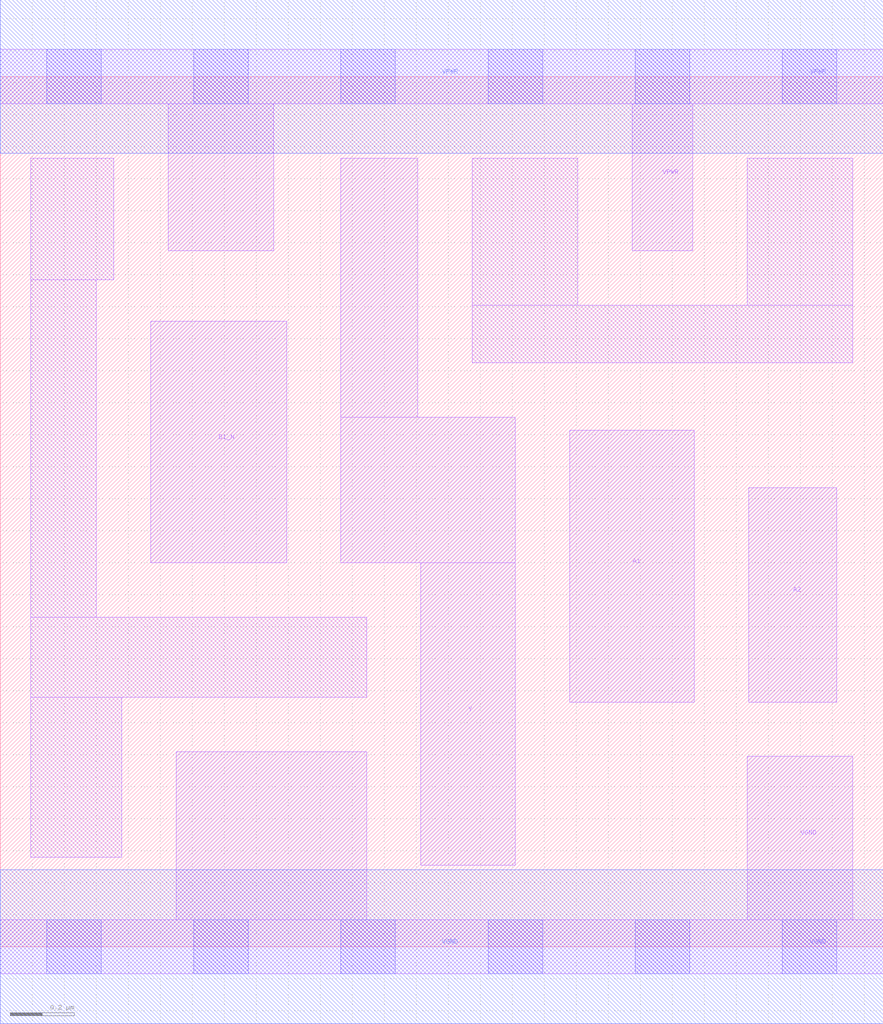
<source format=lef>
# Copyright 2020 The SkyWater PDK Authors
#
# Licensed under the Apache License, Version 2.0 (the "License");
# you may not use this file except in compliance with the License.
# You may obtain a copy of the License at
#
#     https://www.apache.org/licenses/LICENSE-2.0
#
# Unless required by applicable law or agreed to in writing, software
# distributed under the License is distributed on an "AS IS" BASIS,
# WITHOUT WARRANTIES OR CONDITIONS OF ANY KIND, either express or implied.
# See the License for the specific language governing permissions and
# limitations under the License.
#
# SPDX-License-Identifier: Apache-2.0

VERSION 5.7 ;
  NAMESCASESENSITIVE ON ;
  NOWIREEXTENSIONATPIN ON ;
  DIVIDERCHAR "/" ;
  BUSBITCHARS "[]" ;
UNITS
  DATABASE MICRONS 200 ;
END UNITS
MACRO sky130_fd_sc_hd__a21boi_0
  CLASS CORE ;
  SOURCE USER ;
  FOREIGN sky130_fd_sc_hd__a21boi_0 ;
  ORIGIN  0.000000  0.000000 ;
  SIZE  2.760000 BY  2.720000 ;
  SYMMETRY X Y R90 ;
  SITE unithd ;
  PIN A1
    ANTENNAGATEAREA  0.159000 ;
    DIRECTION INPUT ;
    USE SIGNAL ;
    PORT
      LAYER li1 ;
        RECT 1.780000 0.765000 2.170000 1.615000 ;
    END
  END A1
  PIN A2
    ANTENNAGATEAREA  0.159000 ;
    DIRECTION INPUT ;
    USE SIGNAL ;
    PORT
      LAYER li1 ;
        RECT 2.340000 0.765000 2.615000 1.435000 ;
    END
  END A2
  PIN B1_N
    ANTENNAGATEAREA  0.126000 ;
    DIRECTION INPUT ;
    USE SIGNAL ;
    PORT
      LAYER li1 ;
        RECT 0.470000 1.200000 0.895000 1.955000 ;
    END
  END B1_N
  PIN Y
    ANTENNADIFFAREA  0.392200 ;
    DIRECTION OUTPUT ;
    USE SIGNAL ;
    PORT
      LAYER li1 ;
        RECT 1.065000 1.200000 1.610000 1.655000 ;
        RECT 1.065000 1.655000 1.305000 2.465000 ;
        RECT 1.315000 0.255000 1.610000 1.200000 ;
    END
  END Y
  PIN VGND
    DIRECTION INOUT ;
    SHAPE ABUTMENT ;
    USE GROUND ;
    PORT
      LAYER li1 ;
        RECT 0.000000 -0.085000 2.760000 0.085000 ;
        RECT 0.550000  0.085000 1.145000 0.610000 ;
        RECT 2.335000  0.085000 2.665000 0.595000 ;
      LAYER mcon ;
        RECT 0.145000 -0.085000 0.315000 0.085000 ;
        RECT 0.605000 -0.085000 0.775000 0.085000 ;
        RECT 1.065000 -0.085000 1.235000 0.085000 ;
        RECT 1.525000 -0.085000 1.695000 0.085000 ;
        RECT 1.985000 -0.085000 2.155000 0.085000 ;
        RECT 2.445000 -0.085000 2.615000 0.085000 ;
      LAYER met1 ;
        RECT 0.000000 -0.240000 2.760000 0.240000 ;
    END
  END VGND
  PIN VPWR
    DIRECTION INOUT ;
    SHAPE ABUTMENT ;
    USE POWER ;
    PORT
      LAYER li1 ;
        RECT 0.000000 2.635000 2.760000 2.805000 ;
        RECT 0.525000 2.175000 0.855000 2.635000 ;
        RECT 1.975000 2.175000 2.165000 2.635000 ;
      LAYER mcon ;
        RECT 0.145000 2.635000 0.315000 2.805000 ;
        RECT 0.605000 2.635000 0.775000 2.805000 ;
        RECT 1.065000 2.635000 1.235000 2.805000 ;
        RECT 1.525000 2.635000 1.695000 2.805000 ;
        RECT 1.985000 2.635000 2.155000 2.805000 ;
        RECT 2.445000 2.635000 2.615000 2.805000 ;
      LAYER met1 ;
        RECT 0.000000 2.480000 2.760000 2.960000 ;
    END
  END VPWR
  OBS
    LAYER li1 ;
      RECT 0.095000 0.280000 0.380000 0.780000 ;
      RECT 0.095000 0.780000 1.145000 1.030000 ;
      RECT 0.095000 1.030000 0.300000 2.085000 ;
      RECT 0.095000 2.085000 0.355000 2.465000 ;
      RECT 1.475000 1.825000 2.665000 2.005000 ;
      RECT 1.475000 2.005000 1.805000 2.465000 ;
      RECT 2.335000 2.005000 2.665000 2.465000 ;
  END
END sky130_fd_sc_hd__a21boi_0

</source>
